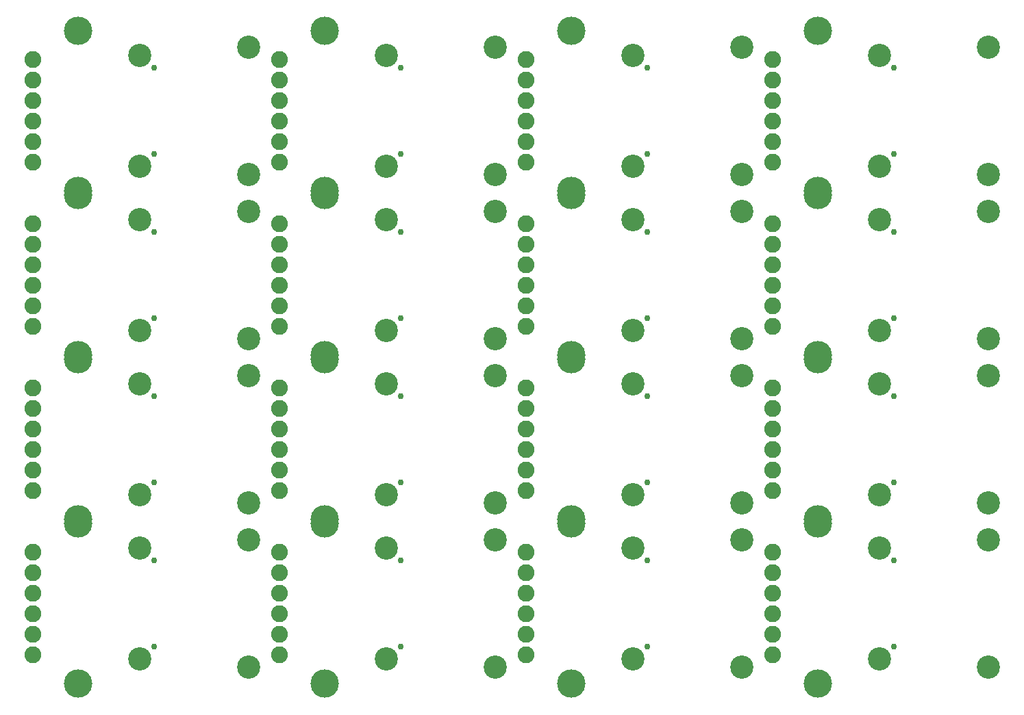
<source format=gbs>
G04 EAGLE Gerber RS-274X export*
G75*
%MOMM*%
%FSLAX34Y34*%
%LPD*%
%INSoldermask Bottom*%
%IPPOS*%
%AMOC8*
5,1,8,0,0,1.08239X$1,22.5*%
G01*
%ADD10C,3.505200*%
%ADD11C,2.082800*%
%ADD12C,2.870200*%
%ADD13C,0.762000*%


D10*
X137160Y266700D03*
D11*
X81280Y231140D03*
X81280Y205740D03*
X81280Y180340D03*
X81280Y154940D03*
X81280Y129540D03*
X81280Y104140D03*
D10*
X137160Y68580D03*
D12*
X213360Y99060D03*
X213360Y236220D03*
X347980Y88900D03*
X347980Y246380D03*
D13*
X231140Y220980D03*
X231140Y114300D03*
D10*
X441960Y266700D03*
D11*
X386080Y231140D03*
X386080Y205740D03*
X386080Y180340D03*
X386080Y154940D03*
X386080Y129540D03*
X386080Y104140D03*
D10*
X441960Y68580D03*
D12*
X518160Y99060D03*
X518160Y236220D03*
X652780Y88900D03*
X652780Y246380D03*
D13*
X535940Y220980D03*
X535940Y114300D03*
D10*
X746760Y266700D03*
D11*
X690880Y231140D03*
X690880Y205740D03*
X690880Y180340D03*
X690880Y154940D03*
X690880Y129540D03*
X690880Y104140D03*
D10*
X746760Y68580D03*
D12*
X822960Y99060D03*
X822960Y236220D03*
X957580Y88900D03*
X957580Y246380D03*
D13*
X840740Y220980D03*
X840740Y114300D03*
D10*
X1051560Y266700D03*
D11*
X995680Y231140D03*
X995680Y205740D03*
X995680Y180340D03*
X995680Y154940D03*
X995680Y129540D03*
X995680Y104140D03*
D10*
X1051560Y68580D03*
D12*
X1127760Y99060D03*
X1127760Y236220D03*
X1262380Y88900D03*
X1262380Y246380D03*
D13*
X1145540Y220980D03*
X1145540Y114300D03*
D10*
X137160Y469900D03*
D11*
X81280Y434340D03*
X81280Y408940D03*
X81280Y383540D03*
X81280Y358140D03*
X81280Y332740D03*
X81280Y307340D03*
D10*
X137160Y271780D03*
D12*
X213360Y302260D03*
X213360Y439420D03*
X347980Y292100D03*
X347980Y449580D03*
D13*
X231140Y424180D03*
X231140Y317500D03*
D10*
X441960Y469900D03*
D11*
X386080Y434340D03*
X386080Y408940D03*
X386080Y383540D03*
X386080Y358140D03*
X386080Y332740D03*
X386080Y307340D03*
D10*
X441960Y271780D03*
D12*
X518160Y302260D03*
X518160Y439420D03*
X652780Y292100D03*
X652780Y449580D03*
D13*
X535940Y424180D03*
X535940Y317500D03*
D10*
X746760Y469900D03*
D11*
X690880Y434340D03*
X690880Y408940D03*
X690880Y383540D03*
X690880Y358140D03*
X690880Y332740D03*
X690880Y307340D03*
D10*
X746760Y271780D03*
D12*
X822960Y302260D03*
X822960Y439420D03*
X957580Y292100D03*
X957580Y449580D03*
D13*
X840740Y424180D03*
X840740Y317500D03*
D10*
X1051560Y469900D03*
D11*
X995680Y434340D03*
X995680Y408940D03*
X995680Y383540D03*
X995680Y358140D03*
X995680Y332740D03*
X995680Y307340D03*
D10*
X1051560Y271780D03*
D12*
X1127760Y302260D03*
X1127760Y439420D03*
X1262380Y292100D03*
X1262380Y449580D03*
D13*
X1145540Y424180D03*
X1145540Y317500D03*
D10*
X137160Y673100D03*
D11*
X81280Y637540D03*
X81280Y612140D03*
X81280Y586740D03*
X81280Y561340D03*
X81280Y535940D03*
X81280Y510540D03*
D10*
X137160Y474980D03*
D12*
X213360Y505460D03*
X213360Y642620D03*
X347980Y495300D03*
X347980Y652780D03*
D13*
X231140Y627380D03*
X231140Y520700D03*
D10*
X441960Y673100D03*
D11*
X386080Y637540D03*
X386080Y612140D03*
X386080Y586740D03*
X386080Y561340D03*
X386080Y535940D03*
X386080Y510540D03*
D10*
X441960Y474980D03*
D12*
X518160Y505460D03*
X518160Y642620D03*
X652780Y495300D03*
X652780Y652780D03*
D13*
X535940Y627380D03*
X535940Y520700D03*
D10*
X746760Y673100D03*
D11*
X690880Y637540D03*
X690880Y612140D03*
X690880Y586740D03*
X690880Y561340D03*
X690880Y535940D03*
X690880Y510540D03*
D10*
X746760Y474980D03*
D12*
X822960Y505460D03*
X822960Y642620D03*
X957580Y495300D03*
X957580Y652780D03*
D13*
X840740Y627380D03*
X840740Y520700D03*
D10*
X1051560Y673100D03*
D11*
X995680Y637540D03*
X995680Y612140D03*
X995680Y586740D03*
X995680Y561340D03*
X995680Y535940D03*
X995680Y510540D03*
D10*
X1051560Y474980D03*
D12*
X1127760Y505460D03*
X1127760Y642620D03*
X1262380Y495300D03*
X1262380Y652780D03*
D13*
X1145540Y627380D03*
X1145540Y520700D03*
D10*
X137160Y876300D03*
D11*
X81280Y840740D03*
X81280Y815340D03*
X81280Y789940D03*
X81280Y764540D03*
X81280Y739140D03*
X81280Y713740D03*
D10*
X137160Y678180D03*
D12*
X213360Y708660D03*
X213360Y845820D03*
X347980Y698500D03*
X347980Y855980D03*
D13*
X231140Y830580D03*
X231140Y723900D03*
D10*
X441960Y876300D03*
D11*
X386080Y840740D03*
X386080Y815340D03*
X386080Y789940D03*
X386080Y764540D03*
X386080Y739140D03*
X386080Y713740D03*
D10*
X441960Y678180D03*
D12*
X518160Y708660D03*
X518160Y845820D03*
X652780Y698500D03*
X652780Y855980D03*
D13*
X535940Y830580D03*
X535940Y723900D03*
D10*
X746760Y876300D03*
D11*
X690880Y840740D03*
X690880Y815340D03*
X690880Y789940D03*
X690880Y764540D03*
X690880Y739140D03*
X690880Y713740D03*
D10*
X746760Y678180D03*
D12*
X822960Y708660D03*
X822960Y845820D03*
X957580Y698500D03*
X957580Y855980D03*
D13*
X840740Y830580D03*
X840740Y723900D03*
D10*
X1051560Y876300D03*
D11*
X995680Y840740D03*
X995680Y815340D03*
X995680Y789940D03*
X995680Y764540D03*
X995680Y739140D03*
X995680Y713740D03*
D10*
X1051560Y678180D03*
D12*
X1127760Y708660D03*
X1127760Y845820D03*
X1262380Y698500D03*
X1262380Y855980D03*
D13*
X1145540Y830580D03*
X1145540Y723900D03*
M02*

</source>
